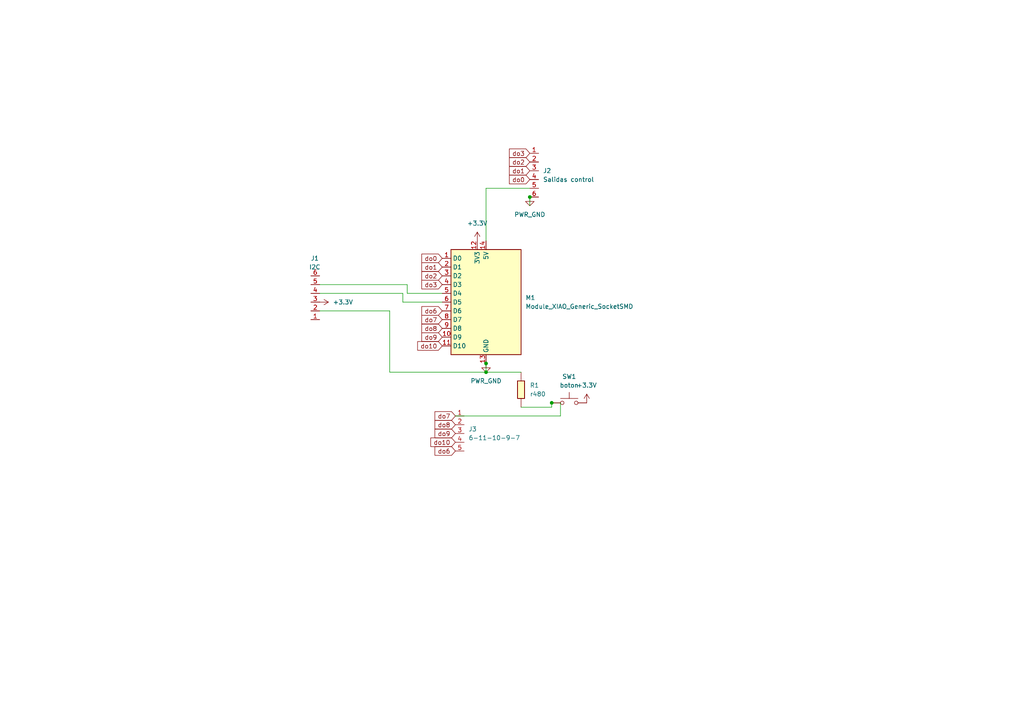
<source format=kicad_sch>
(kicad_sch (version 20250114) (generator "eeschema") (generator_version "9.0")
  (paper "A4")
  (lib_symbols
    (symbol "PCM_fab:Module_XIAO_Generic_SocketSMD"
      (property "Reference" "M" (at -10.16 16.51 0))
      (property "Value" "Module_XIAO_Generic_SocketSMD" (at 1.27 16.51 0))
      (symbol "Module_XIAO_Generic_SocketSMD_1_1"
        (rectangle (start -10.16 15.24) (end 10.16 -15.24) (stroke (width 0.254)) (fill (type background)))
        (pin bidirectional line (at -12.7 12.7 0) (length 2.54) (name "D0") (number "1"))
        (pin bidirectional line (at -12.7 10.16 0) (length 2.54) (name "D1") (number "2"))
        (pin bidirectional line (at -12.7 7.62 0) (length 2.54) (name "D2") (number "3"))
        (pin bidirectional line (at -12.7 5.08 0) (length 2.54) (name "D3") (number "4"))
        (pin bidirectional line (at -12.7 2.54 0) (length 2.54) (name "D4") (number "5"))
        (pin bidirectional line (at -12.7 0 0) (length 2.54) (name "D5") (number "6"))
        (pin bidirectional line (at -12.7 -2.54 0) (length 2.54) (name "D6") (number "7"))
        (pin bidirectional line (at -12.7 -5.08 0) (length 2.54) (name "D7") (number "8"))
        (pin bidirectional line (at -12.7 -7.62 0) (length 2.54) (name "D8") (number "9"))
        (pin bidirectional line (at -12.7 -10.16 0) (length 2.54) (name "D9") (number "10"))
        (pin bidirectional line (at -12.7 -12.7 0) (length 2.54) (name "D10") (number "11"))
        (pin power_in line (at -2.54 17.78 270) (length 2.54) (name "3V3") (number "12"))
        (pin power_in line (at 0 17.78 270) (length 2.54) (name "5V") (number "14"))
        (pin power_in line (at 0 -17.78 90) (length 2.54) (name "GND") (number "13"))
      )
    )
    (symbol "PCM_fab:PWR_GND" (power) (pin_names (offset 0))
      (property "Value" "PWR_GND" (at 0 -3.81 0))
      (symbol "PWR_GND_0_1"
        (polyline (pts (xy 0 0) (xy 0 -1.27) (xy 1.27 -1.27) (xy 0 -2.54) (xy -1.27 -1.27) (xy 0 -1.27)))
      )
      (symbol "PWR_GND_1_1"
        (pin power_in line (at 0 0 270) (length 0) (hide yes) (name "PWR_GND") (number "1"))
      )
    )
    (symbol "PCM_fab:PinSocket_01x05_P2.54mm_Horizontal_SMD"
      (property "Reference" "J" (at 0 8.89 0))
      (property "Value" "PinSocket_01x05_P2.54mm_Horizontal_SMD" (at 0 -7.62 0))
      (symbol "PinSocket_01x05_P2.54mm_Horizontal_SMD_0_0"
        (polyline (pts (xy -2.286 0.254) (xy -2.286 0.254)))
      )
      (symbol "PinSocket_01x05_P2.54mm_Horizontal_SMD_1_1"
        (pin passive line (at -2.54 5.08 0) (length 2.54) (name "") (number "1"))
        (pin passive line (at -2.54 2.54 0) (length 2.54) (name "") (number "2"))
        (pin passive line (at -2.54 0 0) (length 2.54) (name "") (number "3"))
        (pin passive line (at -2.54 -2.54 0) (length 2.54) (name "") (number "4"))
        (pin passive line (at -2.54 -5.08 0) (length 2.54) (name "") (number "5"))
      )
    )
    (symbol "PCM_fab:PinSocket_01x06_P2.54mm_Horizontal_SMD"
      (property "Reference" "J" (at 0 10.16 0))
      (property "Value" "PinSocket_01x06_P2.54mm_Horizontal_SMD" (at 0 -8.89 0))
      (symbol "PinSocket_01x06_P2.54mm_Horizontal_SMD_0_0"
        (polyline (pts (xy -2.286 1.524) (xy -2.286 1.524)))
      )
      (symbol "PinSocket_01x06_P2.54mm_Horizontal_SMD_1_1"
        (pin passive line (at -2.54 6.35 0) (length 2.54) (name "") (number "1"))
        (pin passive line (at -2.54 3.81 0) (length 2.54) (name "") (number "2"))
        (pin passive line (at -2.54 1.27 0) (length 2.54) (name "") (number "3"))
        (pin passive line (at -2.54 -1.27 0) (length 2.54) (name "") (number "4"))
        (pin passive line (at -2.54 -3.81 0) (length 2.54) (name "") (number "5"))
        (pin passive line (at -2.54 -6.35 0) (length 2.54) (name "") (number "6"))
      )
    )
    (symbol "PCM_fab:R_1206" (pin_numbers (hide yes)) (pin_names (offset 0))
      (property "Reference" "R" (at 2.54 0 90))
      (property "Value" "R_1206" (at -2.54 0 90))
      (symbol "R_1206_0_1"
        (rectangle (start -1.016 -2.54) (end 1.016 2.54) (stroke (width 0.254)) (fill (type background)))
      )
      (symbol "R_1206_1_1"
        (pin passive line (at 0 5.08 270) (length 2.54) (name "~") (number "1"))
        (pin passive line (at 0 -5.08 90) (length 2.54) (name "~") (number "2"))
      )
    )
    (symbol "PCM_fab:Switch_Tactile_Omron" (pin_numbers (hide yes)) (pin_names (offset 1.016) (hide yes))
      (property "Reference" "SW" (at 1.27 2.54 0))
      (property "Value" "Switch_Tactile_Omron" (at 0 -1.524 0))
      (symbol "Switch_Tactile_Omron_0_1"
        (circle (center -2.032 0) (radius 0.508))
        (polyline (pts (xy 0 1.27) (xy 0 3.048)))
        (circle (center 2.032 0) (radius 0.508))
        (polyline (pts (xy 2.54 1.27) (xy -2.54 1.27)))
        (pin passive line (at -5.08 0 0) (length 2.54) (name "1") (number "1"))
        (pin passive line (at 5.08 0 180) (length 2.54) (name "2") (number "2"))
      )
    )
    (symbol "power:+3.3V" (power) (pin_numbers (hide yes)) (pin_names (offset 0) (hide yes))
      (property "Value" "+3.3V" (at 0 3.556 0))
      (symbol "+3.3V_0_1"
        (polyline (pts (xy -0.762 1.27) (xy 0 2.54)))
        (polyline (pts (xy 0 2.54) (xy 0.762 1.27)))
        (polyline (pts (xy 0 0) (xy 0 2.54)))
      )
      (symbol "+3.3V_1_1"
        (pin power_in line (at 0 0 90) (length 0) (name "~") (number "1"))
      )
    )
  )
  (junction (at 153.67 57.15))
  (junction (at 140.97 105.41))
  (junction (at 160.02 116.84))
  (junction (at 140.97 107.95))
  (wire (pts (xy 113.03 90.17) (xy 113.03 107.95)))
  (wire (pts (xy 92.71 85.09) (xy 116.84 85.09)))
  (wire (pts (xy 118.11 85.09) (xy 128.27 85.09)))
  (wire (pts (xy 140.97 69.85) (xy 140.97 54.61)))
  (wire (pts (xy 116.84 87.63) (xy 128.27 87.63)))
  (wire (pts (xy 140.97 54.61) (xy 153.67 54.61)))
  (wire (pts (xy 92.71 90.17) (xy 113.03 90.17)))
  (wire (pts (xy 140.97 107.95) (xy 140.97 105.41)))
  (wire (pts (xy 92.71 82.55) (xy 118.11 82.55)))
  (wire (pts (xy 162.56 120.65) (xy 162.56 116.84)))
  (wire (pts (xy 160.02 118.11) (xy 160.02 116.84)))
  (wire (pts (xy 116.84 85.09) (xy 116.84 87.63)))
  (wire (pts (xy 113.03 107.95) (xy 140.97 107.95)))
  (wire (pts (xy 153.67 59.69) (xy 153.67 57.15)))
  (wire (pts (xy 162.56 116.84) (xy 160.02 116.84)))
  (wire (pts (xy 151.13 118.11) (xy 160.02 118.11)))
  (wire (pts (xy 118.11 82.55) (xy 118.11 85.09)))
  (wire (pts (xy 140.97 107.95) (xy 151.13 107.95)))
  (wire (pts (xy 132.08 120.65) (xy 162.56 120.65)))
  (global_label "do1" (shape input) (at 128.27 77.47 180) (property "Intersheetrefs" "${INTERSHEET_REFS}" (effects (hide yes))))
  (global_label "do3" (shape input) (at 128.27 82.55 180) (property "Intersheetrefs" "${INTERSHEET_REFS}" (effects (hide yes))))
  (global_label "do8" (shape input) (at 132.08 123.19 180) (property "Intersheetrefs" "${INTERSHEET_REFS}" (effects (hide yes))))
  (global_label "do2" (shape input) (at 153.67 46.99 180) (property "Intersheetrefs" "${INTERSHEET_REFS}" (effects (hide yes))))
  (global_label "do9" (shape input) (at 132.08 125.73 180) (property "Intersheetrefs" "${INTERSHEET_REFS}" (effects (hide yes))))
  (global_label "do0" (shape input) (at 128.27 74.93 180) (property "Intersheetrefs" "${INTERSHEET_REFS}" (effects (hide yes))))
  (global_label "do7" (shape input) (at 132.08 120.65 180) (property "Intersheetrefs" "${INTERSHEET_REFS}" (effects (hide yes))))
  (global_label "do9" (shape input) (at 128.27 97.79 180) (property "Intersheetrefs" "${INTERSHEET_REFS}" (effects (hide yes))))
  (global_label "do6" (shape input) (at 128.27 90.17 180) (property "Intersheetrefs" "${INTERSHEET_REFS}" (effects (hide yes))))
  (global_label "do3" (shape input) (at 153.67 44.45 180) (property "Intersheetrefs" "${INTERSHEET_REFS}" (effects (hide yes))))
  (global_label "do10" (shape input) (at 132.08 128.27 180) (property "Intersheetrefs" "${INTERSHEET_REFS}" (effects (hide yes))))
  (global_label "do7" (shape input) (at 128.27 92.71 180) (property "Intersheetrefs" "${INTERSHEET_REFS}" (effects (hide yes))))
  (global_label "do0" (shape input) (at 153.67 52.07 180) (property "Intersheetrefs" "${INTERSHEET_REFS}" (effects (hide yes))))
  (global_label "do2" (shape input) (at 128.27 80.01 180) (property "Intersheetrefs" "${INTERSHEET_REFS}" (effects (hide yes))))
  (global_label "do10" (shape input) (at 128.27 100.33 180) (property "Intersheetrefs" "${INTERSHEET_REFS}" (effects (hide yes))))
  (global_label "do8" (shape input) (at 128.27 95.25 180) (property "Intersheetrefs" "${INTERSHEET_REFS}" (effects (hide yes))))
  (global_label "do6" (shape input) (at 132.08 130.81 180) (property "Intersheetrefs" "${INTERSHEET_REFS}" (effects (hide yes))))
  (global_label "do1" (shape input) (at 153.67 49.53 180) (property "Intersheetrefs" "${INTERSHEET_REFS}" (effects (hide yes))))
  (symbol (lib_id "power:+3.3V") (at 92.71 87.63 270) (unit 1)
    (property "Reference" "#PWR01" (effects (hide yes)))
    (property "Value" "+3.3V" (at 96.52 87.6299 90) (effects (justify left)))
    (property "Description" "Power symbol creates a global label with name \"+3.3V\"" (effects (hide yes)))
  )
  (symbol (lib_id "PCM_fab:PinSocket_01x06_P2.54mm_Horizontal_SMD") (at 90.17 86.36 180) (unit 1)
    (property "Reference" "J1" (at 91.313 74.93 0))
    (property "Value" "I2C" (at 91.313 77.47 0))
    (property "Footprint" "PCM_fab:PinSocket_01x06_P2.54mm_Horizontal_SMD" (effects (hide yes)))
    (property "Datasheet" "https://gct.co/files/specs/2.54mm-socket-spec.pdf" (effects (hide yes)))
    (property "Description" "Horizontal SMD 2.54mm pitch pin socket connector" (effects (hide yes)))
  )
  (symbol (lib_id "PCM_fab:R_1206") (at 151.13 113.03 0) (unit 1)
    (property "Reference" "R1" (at 153.67 111.7599 0) (effects (justify left)))
    (property "Value" "r480" (at 153.67 114.2999 0) (effects (justify left)))
    (property "Footprint" "PCM_fab:R_1206" (effects (hide yes)))
    (property "Description" "Resistor" (effects (hide yes)))
  )
  (symbol (lib_id "PCM_fab:Module_XIAO_Generic_SocketSMD") (at 140.97 87.63 0) (unit 1)
    (property "Reference" "M1" (at 152.4 86.3599 0) (effects (justify left)))
    (property "Value" "Module_XIAO_Generic_SocketSMD" (at 152.4 88.8999 0) (effects (justify left)))
    (property "Footprint" "PCM_fab:Module_XIAO_Generic_SocketSMD" (effects (hide yes)))
    (property "Datasheet" "https://wiki.seeedstudio.com/xiao_topic_page/" (effects (hide yes)))
    (property "Description" "The Seeed Studio XIAO series, named after the Chinese word for \"small,\" comprises tiny development boards based on various hardware platforms of ESP32, SAMD21, RP2040, nRF52840, RP2350 and RA4M1, MG24" (effects (hide yes)))
  )
  (symbol (lib_id "power:+3.3V") (at 138.43 69.85 0) (unit 1)
    (property "Reference" "#PWR02" (effects (hide yes)))
    (property "Value" "+3.3V" (at 138.43 64.77 0))
    (property "Description" "Power symbol creates a global label with name \"+3.3V\"" (effects (hide yes)))
  )
  (symbol (lib_id "PCM_fab:PWR_GND") (at 153.67 57.15 0) (unit 1)
    (property "Reference" "#PWR04" (effects (hide yes)))
    (property "Value" "PWR_GND" (at 153.67 62.23 0))
    (property "Description" "Power symbol creates a global label with name \"GND\" , ground" (effects (hide yes)))
  )
  (symbol (lib_id "PCM_fab:Switch_Tactile_Omron") (at 165.1 116.84 0) (unit 1)
    (property "Reference" "SW1" (at 165.1 109.22 0))
    (property "Value" "boton" (at 165.1 111.76 0))
    (property "Footprint" "PCM_fab:Button_Omron_B3SN_6.0x6.0mm" (effects (hide yes)))
    (property "Datasheet" "https://omronfs.omron.com/en_US/ecb/products/pdf/en-b3sn.pdf" (effects (hide yes)))
    (property "Description" "Push button switch, Omron, B3SN, Sealed Tactile Switch (SMT), SPST-NO Top Actuated Surface Mount" (effects (hide yes)))
  )
  (symbol (lib_id "PCM_fab:PWR_GND") (at 140.97 105.41 0) (unit 1)
    (property "Reference" "#PWR03" (effects (hide yes)))
    (property "Value" "PWR_GND" (at 140.97 110.49 0))
    (property "Description" "Power symbol creates a global label with name \"GND\" , ground" (effects (hide yes)))
  )
  (symbol (lib_id "PCM_fab:PinSocket_01x06_P2.54mm_Horizontal_SMD") (at 156.21 50.8 0) (unit 1)
    (property "Reference" "J2" (at 157.48 49.5299 0) (effects (justify left)))
    (property "Value" "Salidas control" (at 157.48 52.0699 0) (effects (justify left)))
    (property "Footprint" "PCM_fab:PinSocket_01x06_P2.54mm_Horizontal_SMD" (effects (hide yes)))
    (property "Datasheet" "https://gct.co/files/specs/2.54mm-socket-spec.pdf" (effects (hide yes)))
    (property "Description" "Horizontal SMD 2.54mm pitch pin socket connector" (effects (hide yes)))
  )
  (symbol (lib_id "power:+3.3V") (at 170.18 116.84 0) (unit 1)
    (property "Reference" "#PWR05" (effects (hide yes)))
    (property "Value" "+3.3V" (at 170.18 111.76 0))
    (property "Description" "Power symbol creates a global label with name \"+3.3V\"" (effects (hide yes)))
  )
  (symbol (lib_id "PCM_fab:PinSocket_01x05_P2.54mm_Horizontal_SMD") (at 134.62 125.73 0) (unit 1)
    (property "Reference" "J3" (at 135.89 124.4599 0) (effects (justify left)))
    (property "Value" "6-11-10-9-7" (at 135.89 126.9999 0) (effects (justify left)))
    (property "Footprint" "PCM_fab:PinSocket_01x05_P2.54mm_Horizontal_SMD" (effects (hide yes)))
    (property "Datasheet" "https://gct.co/files/specs/2.54mm-socket-spec.pdf" (effects (hide yes)))
    (property "Description" "Horizontal SMD 2.54mm pitch pin socket connector" (effects (hide yes)))
  )
)
</source>
